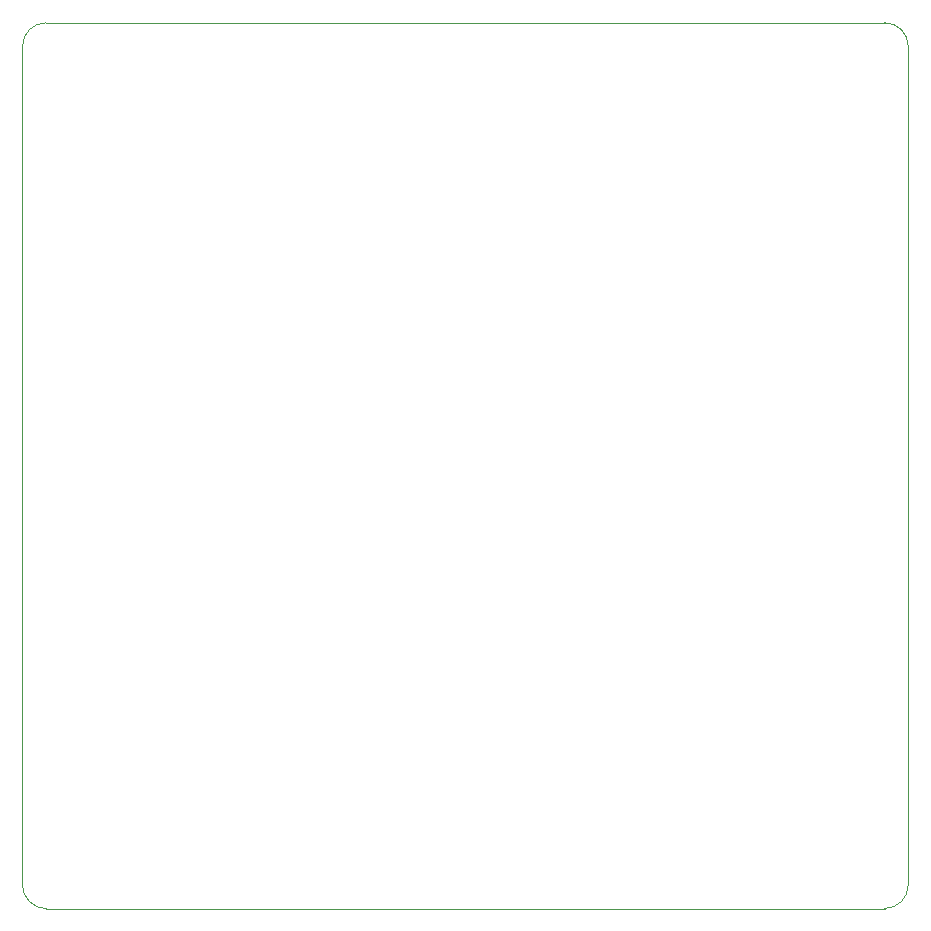
<source format=gbr>
%TF.GenerationSoftware,KiCad,Pcbnew,(6.0.1)*%
%TF.CreationDate,2023-01-03T02:24:04-08:00*%
%TF.ProjectId,ESP32 Dev Carrier - R1,45535033-3220-4446-9576-204361727269,rev?*%
%TF.SameCoordinates,Original*%
%TF.FileFunction,Profile,NP*%
%FSLAX46Y46*%
G04 Gerber Fmt 4.6, Leading zero omitted, Abs format (unit mm)*
G04 Created by KiCad (PCBNEW (6.0.1)) date 2023-01-03 02:24:04*
%MOMM*%
%LPD*%
G01*
G04 APERTURE LIST*
%TA.AperFunction,Profile*%
%ADD10C,0.050000*%
%TD*%
G04 APERTURE END LIST*
D10*
X2000001Y-1D02*
G75*
G03*
X1Y-2000001I-1J-1999999D01*
G01*
X74999999Y-2000001D02*
G75*
G03*
X72999999Y-1I-1999999J1D01*
G01*
X72999999Y-74999999D02*
G75*
G03*
X74999999Y-72999999I1J1999999D01*
G01*
X0Y-73000000D02*
G75*
G03*
X2000000Y-75000000I2000000J0D01*
G01*
X73000000Y-75000000D02*
X2000000Y-75000000D01*
X0Y-73000000D02*
X0Y-2000000D01*
X2000000Y0D02*
X73000000Y0D01*
X75000000Y-2000000D02*
X75000000Y-73000000D01*
M02*

</source>
